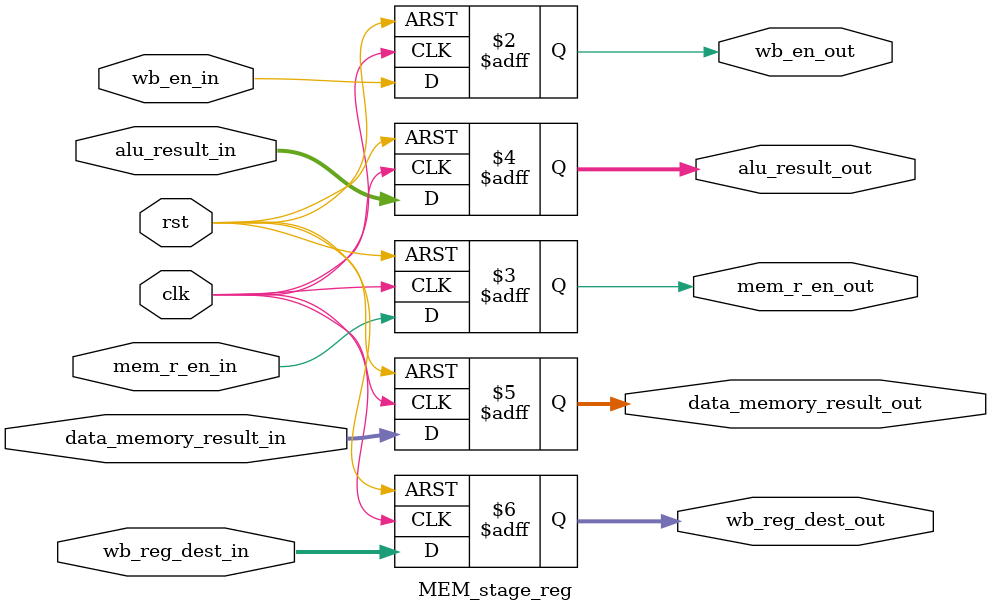
<source format=v>
module MEM_stage_reg(
    input               clk,
    input               rst,
    input               wb_en_in,
    input               mem_r_en_in,
    input       [31:0]  alu_result_in,
    input       [31:0]  data_memory_result_in,
    input       [3:0]   wb_reg_dest_in,

    output reg          wb_en_out,
    output reg          mem_r_en_out,
    output reg  [31:0]  alu_result_out,
    output reg  [31:0]  data_memory_result_out,
    output reg  [3:0]   wb_reg_dest_out
);

    always @(posedge clk, posedge rst) begin
        if (rst) begin
            wb_en_out                       <= 0;
            mem_r_en_out                    <= 0;
            alu_result_out                  <= 0;
            data_memory_result_out          <= 0;
            wb_reg_dest_out                 <= 0;       
        end
        else begin
            wb_en_out                       <= wb_en_in;
            mem_r_en_out                    <= mem_r_en_in;
            alu_result_out                  <= alu_result_in;
            data_memory_result_out          <= data_memory_result_in;
            wb_reg_dest_out                 <= wb_reg_dest_in;    
        end
    end

endmodule
</source>
